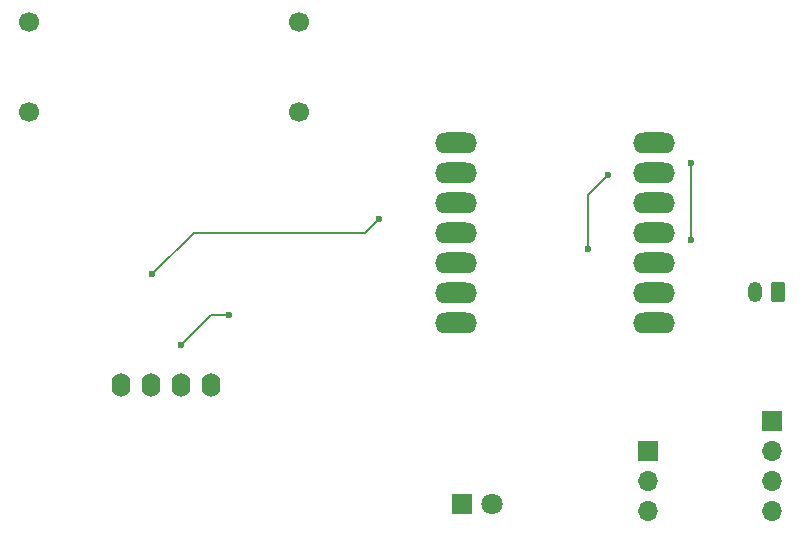
<source format=gbr>
%TF.GenerationSoftware,KiCad,Pcbnew,8.0.7*%
%TF.CreationDate,2025-02-27T15:03:55-08:00*%
%TF.ProjectId,514finalpcbdesign,35313466-696e-4616-9c70-636264657369,rev?*%
%TF.SameCoordinates,Original*%
%TF.FileFunction,Copper,L2,Bot*%
%TF.FilePolarity,Positive*%
%FSLAX46Y46*%
G04 Gerber Fmt 4.6, Leading zero omitted, Abs format (unit mm)*
G04 Created by KiCad (PCBNEW 8.0.7) date 2025-02-27 15:03:55*
%MOMM*%
%LPD*%
G01*
G04 APERTURE LIST*
G04 Aperture macros list*
%AMRoundRect*
0 Rectangle with rounded corners*
0 $1 Rounding radius*
0 $2 $3 $4 $5 $6 $7 $8 $9 X,Y pos of 4 corners*
0 Add a 4 corners polygon primitive as box body*
4,1,4,$2,$3,$4,$5,$6,$7,$8,$9,$2,$3,0*
0 Add four circle primitives for the rounded corners*
1,1,$1+$1,$2,$3*
1,1,$1+$1,$4,$5*
1,1,$1+$1,$6,$7*
1,1,$1+$1,$8,$9*
0 Add four rect primitives between the rounded corners*
20,1,$1+$1,$2,$3,$4,$5,0*
20,1,$1+$1,$4,$5,$6,$7,0*
20,1,$1+$1,$6,$7,$8,$9,0*
20,1,$1+$1,$8,$9,$2,$3,0*%
G04 Aperture macros list end*
%TA.AperFunction,ComponentPad*%
%ADD10R,1.700000X1.700000*%
%TD*%
%TA.AperFunction,ComponentPad*%
%ADD11O,1.700000X1.700000*%
%TD*%
%TA.AperFunction,ComponentPad*%
%ADD12O,1.600000X2.000000*%
%TD*%
%TA.AperFunction,ComponentPad*%
%ADD13O,3.556000X1.778000*%
%TD*%
%TA.AperFunction,ComponentPad*%
%ADD14C,1.700000*%
%TD*%
%TA.AperFunction,ComponentPad*%
%ADD15R,1.800000X1.800000*%
%TD*%
%TA.AperFunction,ComponentPad*%
%ADD16C,1.800000*%
%TD*%
%TA.AperFunction,ComponentPad*%
%ADD17RoundRect,0.250000X0.350000X0.625000X-0.350000X0.625000X-0.350000X-0.625000X0.350000X-0.625000X0*%
%TD*%
%TA.AperFunction,ComponentPad*%
%ADD18O,1.200000X1.750000*%
%TD*%
%TA.AperFunction,ViaPad*%
%ADD19C,0.600000*%
%TD*%
%TA.AperFunction,Conductor*%
%ADD20C,0.200000*%
%TD*%
G04 APERTURE END LIST*
D10*
%TO.P,J2,1,Pin_1*%
%TO.N,/3.7V*%
X176402527Y-97862527D03*
D11*
%TO.P,J2,2,Pin_2*%
%TO.N,GND*%
X176402527Y-100402527D03*
%TO.P,J2,3,Pin_3*%
%TO.N,+5V*%
X176402527Y-102942527D03*
%TO.P,J2,4,Pin_4*%
%TO.N,GND*%
X176402527Y-105482527D03*
%TD*%
D12*
%TO.P,Brd1,1,GND*%
%TO.N,GND*%
X121282527Y-94802527D03*
%TO.P,Brd1,2,VCC*%
%TO.N,Net-(Brd1-VCC)*%
X123822527Y-94802527D03*
%TO.P,Brd1,3,SCL*%
%TO.N,Net-(Brd1-SCL)*%
X126362527Y-94802527D03*
%TO.P,Brd1,4,SDA*%
%TO.N,Net-(Brd1-SDA)*%
X128902527Y-94802527D03*
%TD*%
D13*
%TO.P,U4,1,PA02_A0_D0*%
%TO.N,Net-(U4-PA02_A0_D0)*%
X149640527Y-74282527D03*
%TO.P,U4,2,PA4_A1_D1*%
%TO.N,Net-(M3--)*%
X149640527Y-76822527D03*
%TO.P,U4,3,PA10_A2_D2*%
%TO.N,Net-(U4-PA10_A2_D2)*%
X149640527Y-79362527D03*
%TO.P,U4,4,PA11_A3_D3*%
%TO.N,Net-(U4-PA11_A3_D3)*%
X149640527Y-81902527D03*
%TO.P,U4,5,PA8_A4_D4_SDA*%
%TO.N,Net-(Brd1-SDA)*%
X149640527Y-84442527D03*
%TO.P,U4,6,PA9_A5_D5_SCL*%
%TO.N,Net-(Brd1-SCL)*%
X149640527Y-86982527D03*
%TO.P,U4,7,PB08_A6_D6_TX*%
%TO.N,unconnected-(U4-PB08_A6_D6_TX-Pad7)*%
X149640527Y-89522527D03*
%TO.P,U4,8,PB09_A7_D7_RX*%
%TO.N,Net-(SW1-A)*%
X166404527Y-74282527D03*
%TO.P,U4,9,PA7_A8_D8_SCK*%
%TO.N,GND*%
X166404527Y-76822527D03*
%TO.P,U4,10,PA5_A9_D9_MISO*%
%TO.N,Net-(Brd1-VCC)*%
X166404527Y-79362527D03*
%TO.P,U4,11,PA6_A10_D10_MOSI*%
%TO.N,unconnected-(U4-PA6_A10_D10_MOSI-Pad11)*%
X166404527Y-81902527D03*
%TO.P,U4,12,3V3*%
%TO.N,unconnected-(U4-3V3-Pad12)*%
X166404527Y-84442527D03*
%TO.P,U4,13,GND*%
%TO.N,unconnected-(U4-GND-Pad13)*%
X166404527Y-86982527D03*
%TO.P,U4,14,5V*%
%TO.N,unconnected-(U4-5V-Pad14)*%
X166404527Y-89522527D03*
%TD*%
D14*
%TO.P,M3,1*%
%TO.N,Net-(U4-PA02_A0_D0)*%
X136332527Y-64092527D03*
%TO.P,M3,2,-*%
%TO.N,Net-(M3--)*%
X136332527Y-71712527D03*
%TO.P,M3,3*%
%TO.N,Net-(U4-PA10_A2_D2)*%
X113472527Y-64092527D03*
%TO.P,M3,4*%
%TO.N,Net-(U4-PA11_A3_D3)*%
X113472527Y-71712527D03*
%TD*%
D10*
%TO.P,SW1,1,A*%
%TO.N,Net-(SW1-A)*%
X165902527Y-100402527D03*
D11*
%TO.P,SW1,2,B*%
%TO.N,+5V*%
X165902527Y-102942527D03*
%TO.P,SW1,3,C*%
%TO.N,unconnected-(SW1-C-Pad3)*%
X165902527Y-105482527D03*
%TD*%
D15*
%TO.P,D1,1,K*%
%TO.N,GND*%
X150132527Y-104902527D03*
D16*
%TO.P,D1,2,A*%
%TO.N,Net-(D1-A)*%
X152672527Y-104902527D03*
%TD*%
D17*
%TO.P,J1,1,Pin_1*%
%TO.N,/3.7V*%
X176902527Y-86952527D03*
D18*
%TO.P,J1,2,Pin_2*%
%TO.N,GND*%
X174902527Y-86952527D03*
%TD*%
D19*
%TO.N,Net-(SW1-A)*%
X169500000Y-76000000D03*
X169500000Y-82500000D03*
%TO.N,GND*%
X162500000Y-77000000D03*
X160753527Y-83253527D03*
%TO.N,Net-(Brd1-SCL)*%
X130402527Y-88902527D03*
X126362527Y-91402527D03*
%TO.N,Net-(Brd1-VCC)*%
X143091527Y-80713527D03*
X123902527Y-85402527D03*
%TD*%
D20*
%TO.N,Net-(SW1-A)*%
X169500000Y-82500000D02*
X169500000Y-76000000D01*
%TO.N,GND*%
X165465054Y-77000000D02*
X165642527Y-76822527D01*
X160753527Y-78746473D02*
X162500000Y-77000000D01*
X160753527Y-83253527D02*
X160753527Y-78746473D01*
%TO.N,Net-(Brd1-SCL)*%
X128862527Y-88902527D02*
X126362527Y-91402527D01*
X130402527Y-88902527D02*
X128862527Y-88902527D01*
%TO.N,Net-(Brd1-VCC)*%
X143091527Y-80713527D02*
X141902527Y-81902527D01*
X127402527Y-81902527D02*
X123902527Y-85402527D01*
X141902527Y-81902527D02*
X127402527Y-81902527D01*
%TD*%
M02*

</source>
